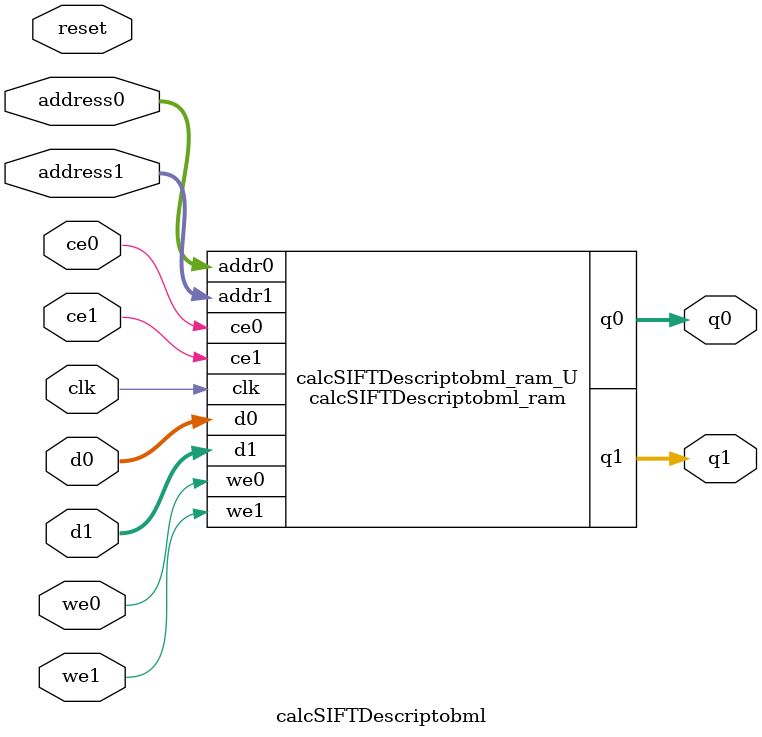
<source format=v>

`timescale 1 ns / 1 ps
module calcSIFTDescriptobml_ram (addr0, ce0, d0, we0, q0, addr1, ce1, d1, we1, q1,  clk);

parameter DWIDTH = 32;
parameter AWIDTH = 9;
parameter MEM_SIZE = 288;

input[AWIDTH-1:0] addr0;
input ce0;
input[DWIDTH-1:0] d0;
input we0;
output reg[DWIDTH-1:0] q0;
input[AWIDTH-1:0] addr1;
input ce1;
input[DWIDTH-1:0] d1;
input we1;
output reg[DWIDTH-1:0] q1;
input clk;

(* ram_style = "block" *)reg [DWIDTH-1:0] ram[0:MEM_SIZE-1];




always @(posedge clk)  
begin 
    if (ce0) 
    begin
        if (we0) 
        begin 
            ram[addr0] <= d0; 
            q0 <= d0;
        end 
        else 
            q0 <= ram[addr0];
    end
end


always @(posedge clk)  
begin 
    if (ce1) 
    begin
        if (we1) 
        begin 
            ram[addr1] <= d1; 
            q1 <= d1;
        end 
        else 
            q1 <= ram[addr1];
    end
end


endmodule


`timescale 1 ns / 1 ps
module calcSIFTDescriptobml(
    reset,
    clk,
    address0,
    ce0,
    we0,
    d0,
    q0,
    address1,
    ce1,
    we1,
    d1,
    q1);

parameter DataWidth = 32'd32;
parameter AddressRange = 32'd288;
parameter AddressWidth = 32'd9;
input reset;
input clk;
input[AddressWidth - 1:0] address0;
input ce0;
input we0;
input[DataWidth - 1:0] d0;
output[DataWidth - 1:0] q0;
input[AddressWidth - 1:0] address1;
input ce1;
input we1;
input[DataWidth - 1:0] d1;
output[DataWidth - 1:0] q1;



calcSIFTDescriptobml_ram calcSIFTDescriptobml_ram_U(
    .clk( clk ),
    .addr0( address0 ),
    .ce0( ce0 ),
    .we0( we0 ),
    .d0( d0 ),
    .q0( q0 ),
    .addr1( address1 ),
    .ce1( ce1 ),
    .we1( we1 ),
    .d1( d1 ),
    .q1( q1 ));

endmodule


</source>
